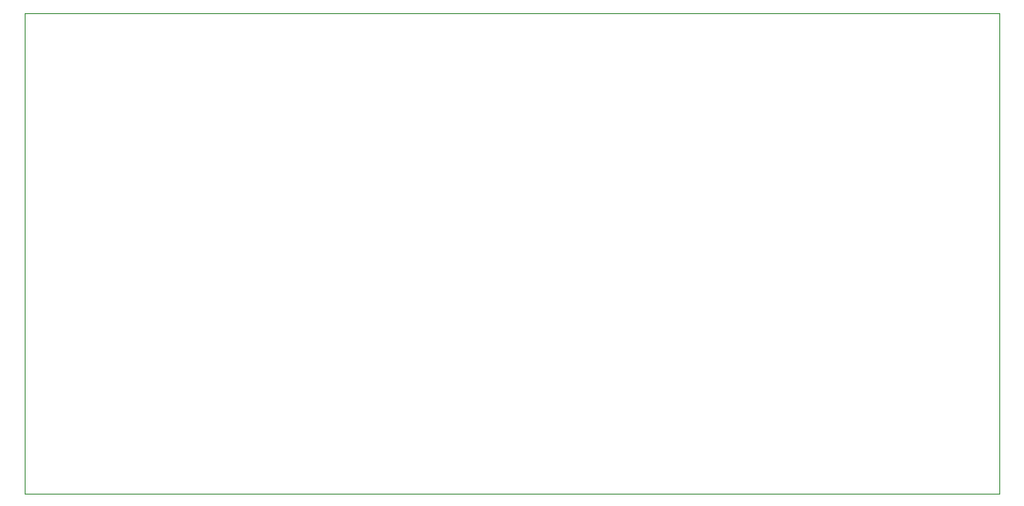
<source format=gm1>
G04 #@! TF.FileFunction,Profile,NP*
%FSLAX46Y46*%
G04 Gerber Fmt 4.6, Leading zero omitted, Abs format (unit mm)*
G04 Created by KiCad (PCBNEW 4.0.4+dfsg1-stable) date Tue Oct 11 00:50:57 2016*
%MOMM*%
%LPD*%
G01*
G04 APERTURE LIST*
%ADD10C,0.150000*%
%ADD11C,0.100000*%
G04 APERTURE END LIST*
D10*
D11*
X131934000Y-69764000D02*
X38300000Y-69764000D01*
X38300000Y-69764000D02*
X38300000Y-23518000D01*
X131934000Y-23518000D02*
X131934000Y-69764000D01*
X38300000Y-23518000D02*
X131934000Y-23518000D01*
M02*

</source>
